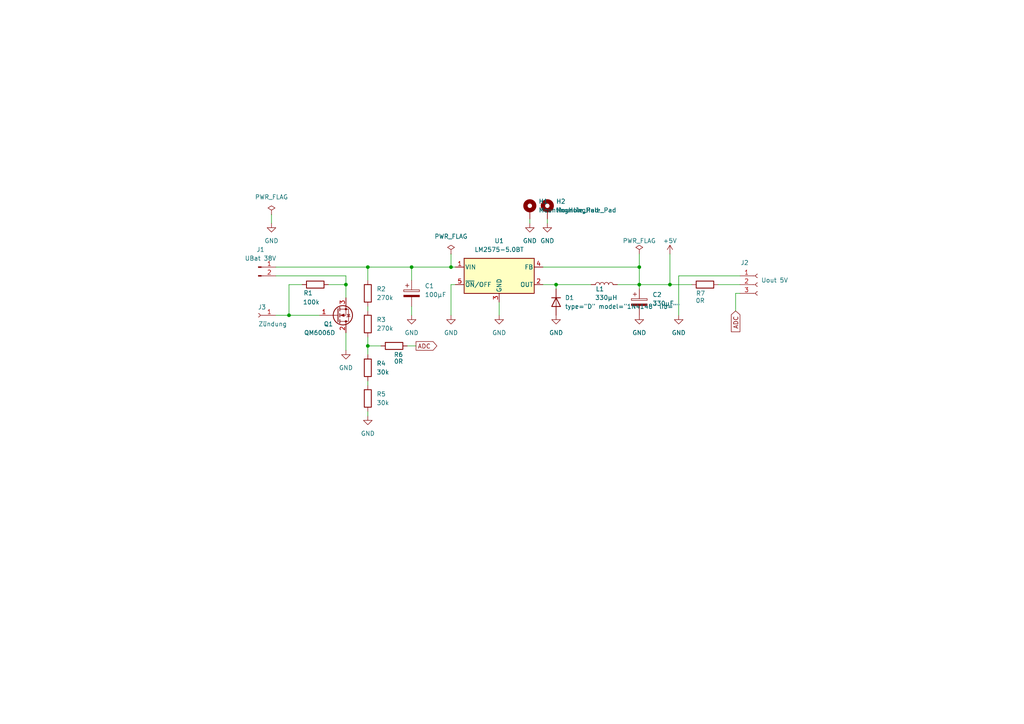
<source format=kicad_sch>
(kicad_sch (version 20211123) (generator eeschema)

  (uuid 011ef127-1b1b-419a-9f3c-f6759ddf9a5b)

  (paper "A4")

  (lib_symbols
    (symbol "Connector:Conn_01x01_Female" (pin_names (offset 1.016) hide) (in_bom yes) (on_board yes)
      (property "Reference" "J" (id 0) (at 0 2.54 0)
        (effects (font (size 1.27 1.27)))
      )
      (property "Value" "Conn_01x01_Female" (id 1) (at 0 -2.54 0)
        (effects (font (size 1.27 1.27)))
      )
      (property "Footprint" "" (id 2) (at 0 0 0)
        (effects (font (size 1.27 1.27)) hide)
      )
      (property "Datasheet" "~" (id 3) (at 0 0 0)
        (effects (font (size 1.27 1.27)) hide)
      )
      (property "ki_keywords" "connector" (id 4) (at 0 0 0)
        (effects (font (size 1.27 1.27)) hide)
      )
      (property "ki_description" "Generic connector, single row, 01x01, script generated (kicad-library-utils/schlib/autogen/connector/)" (id 5) (at 0 0 0)
        (effects (font (size 1.27 1.27)) hide)
      )
      (property "ki_fp_filters" "Connector*:*" (id 6) (at 0 0 0)
        (effects (font (size 1.27 1.27)) hide)
      )
      (symbol "Conn_01x01_Female_1_1"
        (polyline
          (pts
            (xy -1.27 0)
            (xy -0.508 0)
          )
          (stroke (width 0.1524) (type default) (color 0 0 0 0))
          (fill (type none))
        )
        (arc (start 0 0.508) (mid -0.508 0) (end 0 -0.508)
          (stroke (width 0.1524) (type default) (color 0 0 0 0))
          (fill (type none))
        )
        (pin passive line (at -5.08 0 0) (length 3.81)
          (name "Pin_1" (effects (font (size 1.27 1.27))))
          (number "1" (effects (font (size 1.27 1.27))))
        )
      )
    )
    (symbol "Connector:Conn_01x02_Male" (pin_names (offset 1.016) hide) (in_bom yes) (on_board yes)
      (property "Reference" "J" (id 0) (at 0 2.54 0)
        (effects (font (size 1.27 1.27)))
      )
      (property "Value" "Conn_01x02_Male" (id 1) (at 0 -5.08 0)
        (effects (font (size 1.27 1.27)))
      )
      (property "Footprint" "" (id 2) (at 0 0 0)
        (effects (font (size 1.27 1.27)) hide)
      )
      (property "Datasheet" "~" (id 3) (at 0 0 0)
        (effects (font (size 1.27 1.27)) hide)
      )
      (property "ki_keywords" "connector" (id 4) (at 0 0 0)
        (effects (font (size 1.27 1.27)) hide)
      )
      (property "ki_description" "Generic connector, single row, 01x02, script generated (kicad-library-utils/schlib/autogen/connector/)" (id 5) (at 0 0 0)
        (effects (font (size 1.27 1.27)) hide)
      )
      (property "ki_fp_filters" "Connector*:*_1x??_*" (id 6) (at 0 0 0)
        (effects (font (size 1.27 1.27)) hide)
      )
      (symbol "Conn_01x02_Male_1_1"
        (polyline
          (pts
            (xy 1.27 -2.54)
            (xy 0.8636 -2.54)
          )
          (stroke (width 0.1524) (type default) (color 0 0 0 0))
          (fill (type none))
        )
        (polyline
          (pts
            (xy 1.27 0)
            (xy 0.8636 0)
          )
          (stroke (width 0.1524) (type default) (color 0 0 0 0))
          (fill (type none))
        )
        (rectangle (start 0.8636 -2.413) (end 0 -2.667)
          (stroke (width 0.1524) (type default) (color 0 0 0 0))
          (fill (type outline))
        )
        (rectangle (start 0.8636 0.127) (end 0 -0.127)
          (stroke (width 0.1524) (type default) (color 0 0 0 0))
          (fill (type outline))
        )
        (pin passive line (at 5.08 0 180) (length 3.81)
          (name "Pin_1" (effects (font (size 1.27 1.27))))
          (number "1" (effects (font (size 1.27 1.27))))
        )
        (pin passive line (at 5.08 -2.54 180) (length 3.81)
          (name "Pin_2" (effects (font (size 1.27 1.27))))
          (number "2" (effects (font (size 1.27 1.27))))
        )
      )
    )
    (symbol "Connector:Conn_01x03_Female" (pin_names (offset 1.016) hide) (in_bom yes) (on_board yes)
      (property "Reference" "J" (id 0) (at 0 5.08 0)
        (effects (font (size 1.27 1.27)))
      )
      (property "Value" "Conn_01x03_Female" (id 1) (at 0 -5.08 0)
        (effects (font (size 1.27 1.27)))
      )
      (property "Footprint" "" (id 2) (at 0 0 0)
        (effects (font (size 1.27 1.27)) hide)
      )
      (property "Datasheet" "~" (id 3) (at 0 0 0)
        (effects (font (size 1.27 1.27)) hide)
      )
      (property "ki_keywords" "connector" (id 4) (at 0 0 0)
        (effects (font (size 1.27 1.27)) hide)
      )
      (property "ki_description" "Generic connector, single row, 01x03, script generated (kicad-library-utils/schlib/autogen/connector/)" (id 5) (at 0 0 0)
        (effects (font (size 1.27 1.27)) hide)
      )
      (property "ki_fp_filters" "Connector*:*_1x??_*" (id 6) (at 0 0 0)
        (effects (font (size 1.27 1.27)) hide)
      )
      (symbol "Conn_01x03_Female_1_1"
        (arc (start 0 -2.032) (mid -0.508 -2.54) (end 0 -3.048)
          (stroke (width 0.1524) (type default) (color 0 0 0 0))
          (fill (type none))
        )
        (polyline
          (pts
            (xy -1.27 -2.54)
            (xy -0.508 -2.54)
          )
          (stroke (width 0.1524) (type default) (color 0 0 0 0))
          (fill (type none))
        )
        (polyline
          (pts
            (xy -1.27 0)
            (xy -0.508 0)
          )
          (stroke (width 0.1524) (type default) (color 0 0 0 0))
          (fill (type none))
        )
        (polyline
          (pts
            (xy -1.27 2.54)
            (xy -0.508 2.54)
          )
          (stroke (width 0.1524) (type default) (color 0 0 0 0))
          (fill (type none))
        )
        (arc (start 0 0.508) (mid -0.508 0) (end 0 -0.508)
          (stroke (width 0.1524) (type default) (color 0 0 0 0))
          (fill (type none))
        )
        (arc (start 0 3.048) (mid -0.508 2.54) (end 0 2.032)
          (stroke (width 0.1524) (type default) (color 0 0 0 0))
          (fill (type none))
        )
        (pin passive line (at -5.08 2.54 0) (length 3.81)
          (name "Pin_1" (effects (font (size 1.27 1.27))))
          (number "1" (effects (font (size 1.27 1.27))))
        )
        (pin passive line (at -5.08 0 0) (length 3.81)
          (name "Pin_2" (effects (font (size 1.27 1.27))))
          (number "2" (effects (font (size 1.27 1.27))))
        )
        (pin passive line (at -5.08 -2.54 0) (length 3.81)
          (name "Pin_3" (effects (font (size 1.27 1.27))))
          (number "3" (effects (font (size 1.27 1.27))))
        )
      )
    )
    (symbol "Device:C_Polarized" (pin_numbers hide) (pin_names (offset 0.254)) (in_bom yes) (on_board yes)
      (property "Reference" "C" (id 0) (at 0.635 2.54 0)
        (effects (font (size 1.27 1.27)) (justify left))
      )
      (property "Value" "C_Polarized" (id 1) (at 0.635 -2.54 0)
        (effects (font (size 1.27 1.27)) (justify left))
      )
      (property "Footprint" "" (id 2) (at 0.9652 -3.81 0)
        (effects (font (size 1.27 1.27)) hide)
      )
      (property "Datasheet" "~" (id 3) (at 0 0 0)
        (effects (font (size 1.27 1.27)) hide)
      )
      (property "ki_keywords" "cap capacitor" (id 4) (at 0 0 0)
        (effects (font (size 1.27 1.27)) hide)
      )
      (property "ki_description" "Polarized capacitor" (id 5) (at 0 0 0)
        (effects (font (size 1.27 1.27)) hide)
      )
      (property "ki_fp_filters" "CP_*" (id 6) (at 0 0 0)
        (effects (font (size 1.27 1.27)) hide)
      )
      (symbol "C_Polarized_0_1"
        (rectangle (start -2.286 0.508) (end 2.286 1.016)
          (stroke (width 0) (type default) (color 0 0 0 0))
          (fill (type none))
        )
        (polyline
          (pts
            (xy -1.778 2.286)
            (xy -0.762 2.286)
          )
          (stroke (width 0) (type default) (color 0 0 0 0))
          (fill (type none))
        )
        (polyline
          (pts
            (xy -1.27 2.794)
            (xy -1.27 1.778)
          )
          (stroke (width 0) (type default) (color 0 0 0 0))
          (fill (type none))
        )
        (rectangle (start 2.286 -0.508) (end -2.286 -1.016)
          (stroke (width 0) (type default) (color 0 0 0 0))
          (fill (type outline))
        )
      )
      (symbol "C_Polarized_1_1"
        (pin passive line (at 0 3.81 270) (length 2.794)
          (name "~" (effects (font (size 1.27 1.27))))
          (number "1" (effects (font (size 1.27 1.27))))
        )
        (pin passive line (at 0 -3.81 90) (length 2.794)
          (name "~" (effects (font (size 1.27 1.27))))
          (number "2" (effects (font (size 1.27 1.27))))
        )
      )
    )
    (symbol "Device:L" (pin_numbers hide) (pin_names (offset 1.016) hide) (in_bom yes) (on_board yes)
      (property "Reference" "L" (id 0) (at -1.27 0 90)
        (effects (font (size 1.27 1.27)))
      )
      (property "Value" "L" (id 1) (at 1.905 0 90)
        (effects (font (size 1.27 1.27)))
      )
      (property "Footprint" "" (id 2) (at 0 0 0)
        (effects (font (size 1.27 1.27)) hide)
      )
      (property "Datasheet" "~" (id 3) (at 0 0 0)
        (effects (font (size 1.27 1.27)) hide)
      )
      (property "ki_keywords" "inductor choke coil reactor magnetic" (id 4) (at 0 0 0)
        (effects (font (size 1.27 1.27)) hide)
      )
      (property "ki_description" "Inductor" (id 5) (at 0 0 0)
        (effects (font (size 1.27 1.27)) hide)
      )
      (property "ki_fp_filters" "Choke_* *Coil* Inductor_* L_*" (id 6) (at 0 0 0)
        (effects (font (size 1.27 1.27)) hide)
      )
      (symbol "L_0_1"
        (arc (start 0 -2.54) (mid 0.635 -1.905) (end 0 -1.27)
          (stroke (width 0) (type default) (color 0 0 0 0))
          (fill (type none))
        )
        (arc (start 0 -1.27) (mid 0.635 -0.635) (end 0 0)
          (stroke (width 0) (type default) (color 0 0 0 0))
          (fill (type none))
        )
        (arc (start 0 0) (mid 0.635 0.635) (end 0 1.27)
          (stroke (width 0) (type default) (color 0 0 0 0))
          (fill (type none))
        )
        (arc (start 0 1.27) (mid 0.635 1.905) (end 0 2.54)
          (stroke (width 0) (type default) (color 0 0 0 0))
          (fill (type none))
        )
      )
      (symbol "L_1_1"
        (pin passive line (at 0 3.81 270) (length 1.27)
          (name "1" (effects (font (size 1.27 1.27))))
          (number "1" (effects (font (size 1.27 1.27))))
        )
        (pin passive line (at 0 -3.81 90) (length 1.27)
          (name "2" (effects (font (size 1.27 1.27))))
          (number "2" (effects (font (size 1.27 1.27))))
        )
      )
    )
    (symbol "Device:R" (pin_numbers hide) (pin_names (offset 0)) (in_bom yes) (on_board yes)
      (property "Reference" "R" (id 0) (at 2.032 0 90)
        (effects (font (size 1.27 1.27)))
      )
      (property "Value" "R" (id 1) (at 0 0 90)
        (effects (font (size 1.27 1.27)))
      )
      (property "Footprint" "" (id 2) (at -1.778 0 90)
        (effects (font (size 1.27 1.27)) hide)
      )
      (property "Datasheet" "~" (id 3) (at 0 0 0)
        (effects (font (size 1.27 1.27)) hide)
      )
      (property "ki_keywords" "R res resistor" (id 4) (at 0 0 0)
        (effects (font (size 1.27 1.27)) hide)
      )
      (property "ki_description" "Resistor" (id 5) (at 0 0 0)
        (effects (font (size 1.27 1.27)) hide)
      )
      (property "ki_fp_filters" "R_*" (id 6) (at 0 0 0)
        (effects (font (size 1.27 1.27)) hide)
      )
      (symbol "R_0_1"
        (rectangle (start -1.016 -2.54) (end 1.016 2.54)
          (stroke (width 0.254) (type default) (color 0 0 0 0))
          (fill (type none))
        )
      )
      (symbol "R_1_1"
        (pin passive line (at 0 3.81 270) (length 1.27)
          (name "~" (effects (font (size 1.27 1.27))))
          (number "1" (effects (font (size 1.27 1.27))))
        )
        (pin passive line (at 0 -3.81 90) (length 1.27)
          (name "~" (effects (font (size 1.27 1.27))))
          (number "2" (effects (font (size 1.27 1.27))))
        )
      )
    )
    (symbol "Mechanical:MountingHole_Pad" (pin_numbers hide) (pin_names (offset 1.016) hide) (in_bom yes) (on_board yes)
      (property "Reference" "H" (id 0) (at 0 6.35 0)
        (effects (font (size 1.27 1.27)))
      )
      (property "Value" "MountingHole_Pad" (id 1) (at 0 4.445 0)
        (effects (font (size 1.27 1.27)))
      )
      (property "Footprint" "" (id 2) (at 0 0 0)
        (effects (font (size 1.27 1.27)) hide)
      )
      (property "Datasheet" "~" (id 3) (at 0 0 0)
        (effects (font (size 1.27 1.27)) hide)
      )
      (property "ki_keywords" "mounting hole" (id 4) (at 0 0 0)
        (effects (font (size 1.27 1.27)) hide)
      )
      (property "ki_description" "Mounting Hole with connection" (id 5) (at 0 0 0)
        (effects (font (size 1.27 1.27)) hide)
      )
      (property "ki_fp_filters" "MountingHole*Pad*" (id 6) (at 0 0 0)
        (effects (font (size 1.27 1.27)) hide)
      )
      (symbol "MountingHole_Pad_0_1"
        (circle (center 0 1.27) (radius 1.27)
          (stroke (width 1.27) (type default) (color 0 0 0 0))
          (fill (type none))
        )
      )
      (symbol "MountingHole_Pad_1_1"
        (pin input line (at 0 -2.54 90) (length 2.54)
          (name "1" (effects (font (size 1.27 1.27))))
          (number "1" (effects (font (size 1.27 1.27))))
        )
      )
    )
    (symbol "Regulator_Switching:LM2575-5.0BT" (pin_names (offset 0.254)) (in_bom yes) (on_board yes)
      (property "Reference" "U" (id 0) (at -10.16 6.35 0)
        (effects (font (size 1.27 1.27)) (justify left))
      )
      (property "Value" "LM2575-5.0BT" (id 1) (at 0 6.35 0)
        (effects (font (size 1.27 1.27)) (justify left))
      )
      (property "Footprint" "Package_TO_SOT_THT:TO-220-5_Vertical" (id 2) (at 0 -6.35 0)
        (effects (font (size 1.27 1.27) italic) (justify left) hide)
      )
      (property "Datasheet" "http://ww1.microchip.com/downloads/en/DeviceDoc/lm2575.pdf" (id 3) (at 0 0 0)
        (effects (font (size 1.27 1.27)) hide)
      )
      (property "ki_keywords" "Buck regulator Switcher" (id 4) (at 0 0 0)
        (effects (font (size 1.27 1.27)) hide)
      )
      (property "ki_description" "Fixed 5.0V 52kHz Simple 1A Buck Regulator, TO-220-5" (id 5) (at 0 0 0)
        (effects (font (size 1.27 1.27)) hide)
      )
      (property "ki_fp_filters" "TO?220*" (id 6) (at 0 0 0)
        (effects (font (size 1.27 1.27)) hide)
      )
      (symbol "LM2575-5.0BT_0_1"
        (rectangle (start -10.16 5.08) (end 10.16 -5.08)
          (stroke (width 0.254) (type default) (color 0 0 0 0))
          (fill (type background))
        )
      )
      (symbol "LM2575-5.0BT_1_1"
        (pin power_in line (at -12.7 2.54 0) (length 2.54)
          (name "VIN" (effects (font (size 1.27 1.27))))
          (number "1" (effects (font (size 1.27 1.27))))
        )
        (pin output line (at 12.7 -2.54 180) (length 2.54)
          (name "OUT" (effects (font (size 1.27 1.27))))
          (number "2" (effects (font (size 1.27 1.27))))
        )
        (pin power_in line (at 0 -7.62 90) (length 2.54)
          (name "GND" (effects (font (size 1.27 1.27))))
          (number "3" (effects (font (size 1.27 1.27))))
        )
        (pin input line (at 12.7 2.54 180) (length 2.54)
          (name "FB" (effects (font (size 1.27 1.27))))
          (number "4" (effects (font (size 1.27 1.27))))
        )
        (pin input line (at -12.7 -2.54 0) (length 2.54)
          (name "~{ON}/OFF" (effects (font (size 1.27 1.27))))
          (number "5" (effects (font (size 1.27 1.27))))
        )
      )
    )
    (symbol "Simulation_SPICE:DIODE" (pin_numbers hide) (pin_names (offset 1.016) hide) (in_bom yes) (on_board yes)
      (property "Reference" "D" (id 0) (at 0 2.54 0)
        (effects (font (size 1.27 1.27)))
      )
      (property "Value" "DIODE" (id 1) (at 0 -2.54 0)
        (effects (font (size 1.27 1.27)))
      )
      (property "Footprint" "" (id 2) (at 0 0 0)
        (effects (font (size 1.27 1.27)) hide)
      )
      (property "Datasheet" "~" (id 3) (at 0 0 0)
        (effects (font (size 1.27 1.27)) hide)
      )
      (property "Spice_Netlist_Enabled" "Y" (id 4) (at 0 0 0)
        (effects (font (size 1.27 1.27)) (justify left) hide)
      )
      (property "Spice_Primitive" "D" (id 5) (at 0 0 0)
        (effects (font (size 1.27 1.27)) (justify left) hide)
      )
      (property "ki_keywords" "simulation" (id 6) (at 0 0 0)
        (effects (font (size 1.27 1.27)) hide)
      )
      (property "ki_description" "Diode, anode on pin 1, for simulation only!" (id 7) (at 0 0 0)
        (effects (font (size 1.27 1.27)) hide)
      )
      (symbol "DIODE_0_1"
        (polyline
          (pts
            (xy 1.27 0)
            (xy -1.27 0)
          )
          (stroke (width 0) (type default) (color 0 0 0 0))
          (fill (type none))
        )
        (polyline
          (pts
            (xy 1.27 1.27)
            (xy 1.27 -1.27)
          )
          (stroke (width 0.254) (type default) (color 0 0 0 0))
          (fill (type none))
        )
        (polyline
          (pts
            (xy -1.27 -1.27)
            (xy -1.27 1.27)
            (xy 1.27 0)
            (xy -1.27 -1.27)
          )
          (stroke (width 0.254) (type default) (color 0 0 0 0))
          (fill (type none))
        )
      )
      (symbol "DIODE_1_1"
        (pin passive line (at -3.81 0 0) (length 2.54)
          (name "A" (effects (font (size 1.27 1.27))))
          (number "1" (effects (font (size 1.27 1.27))))
        )
        (pin passive line (at 3.81 0 180) (length 2.54)
          (name "K" (effects (font (size 1.27 1.27))))
          (number "2" (effects (font (size 1.27 1.27))))
        )
      )
    )
    (symbol "Transistor_FET:QM6006D" (pin_names hide) (in_bom yes) (on_board yes)
      (property "Reference" "Q" (id 0) (at 5.08 1.905 0)
        (effects (font (size 1.27 1.27)) (justify left))
      )
      (property "Value" "QM6006D" (id 1) (at 5.08 0 0)
        (effects (font (size 1.27 1.27)) (justify left))
      )
      (property "Footprint" "Package_TO_SOT_SMD:TO-252-2" (id 2) (at 5.08 -1.905 0)
        (effects (font (size 1.27 1.27) italic) (justify left) hide)
      )
      (property "Datasheet" "http://www.jaolen.com/images/pdf/QM6006D.pdf" (id 3) (at 0 0 0)
        (effects (font (size 1.27 1.27)) (justify left) hide)
      )
      (property "ki_keywords" "N-Channel MOSFET" (id 4) (at 0 0 0)
        (effects (font (size 1.27 1.27)) hide)
      )
      (property "ki_description" "35A Id, 60V Vds, N-Channel Power MOSFET, 18mOhm Ron, 19.3nC Qg (typ), TO252" (id 5) (at 0 0 0)
        (effects (font (size 1.27 1.27)) hide)
      )
      (property "ki_fp_filters" "TO?252*" (id 6) (at 0 0 0)
        (effects (font (size 1.27 1.27)) hide)
      )
      (symbol "QM6006D_0_1"
        (polyline
          (pts
            (xy 0.254 0)
            (xy -2.54 0)
          )
          (stroke (width 0) (type default) (color 0 0 0 0))
          (fill (type none))
        )
        (polyline
          (pts
            (xy 0.254 1.905)
            (xy 0.254 -1.905)
          )
          (stroke (width 0.254) (type default) (color 0 0 0 0))
          (fill (type none))
        )
        (polyline
          (pts
            (xy 0.762 -1.27)
            (xy 0.762 -2.286)
          )
          (stroke (width 0.254) (type default) (color 0 0 0 0))
          (fill (type none))
        )
        (polyline
          (pts
            (xy 0.762 0.508)
            (xy 0.762 -0.508)
          )
          (stroke (width 0.254) (type default) (color 0 0 0 0))
          (fill (type none))
        )
        (polyline
          (pts
            (xy 0.762 2.286)
            (xy 0.762 1.27)
          )
          (stroke (width 0.254) (type default) (color 0 0 0 0))
          (fill (type none))
        )
        (polyline
          (pts
            (xy 2.54 2.54)
            (xy 2.54 1.778)
          )
          (stroke (width 0) (type default) (color 0 0 0 0))
          (fill (type none))
        )
        (polyline
          (pts
            (xy 2.54 -2.54)
            (xy 2.54 0)
            (xy 0.762 0)
          )
          (stroke (width 0) (type default) (color 0 0 0 0))
          (fill (type none))
        )
        (polyline
          (pts
            (xy 0.762 -1.778)
            (xy 3.302 -1.778)
            (xy 3.302 1.778)
            (xy 0.762 1.778)
          )
          (stroke (width 0) (type default) (color 0 0 0 0))
          (fill (type none))
        )
        (polyline
          (pts
            (xy 1.016 0)
            (xy 2.032 0.381)
            (xy 2.032 -0.381)
            (xy 1.016 0)
          )
          (stroke (width 0) (type default) (color 0 0 0 0))
          (fill (type outline))
        )
        (polyline
          (pts
            (xy 2.794 0.508)
            (xy 2.921 0.381)
            (xy 3.683 0.381)
            (xy 3.81 0.254)
          )
          (stroke (width 0) (type default) (color 0 0 0 0))
          (fill (type none))
        )
        (polyline
          (pts
            (xy 3.302 0.381)
            (xy 2.921 -0.254)
            (xy 3.683 -0.254)
            (xy 3.302 0.381)
          )
          (stroke (width 0) (type default) (color 0 0 0 0))
          (fill (type none))
        )
        (circle (center 1.651 0) (radius 2.794)
          (stroke (width 0.254) (type default) (color 0 0 0 0))
          (fill (type none))
        )
        (circle (center 2.54 -1.778) (radius 0.254)
          (stroke (width 0) (type default) (color 0 0 0 0))
          (fill (type outline))
        )
        (circle (center 2.54 1.778) (radius 0.254)
          (stroke (width 0) (type default) (color 0 0 0 0))
          (fill (type outline))
        )
      )
      (symbol "QM6006D_1_1"
        (pin input line (at -5.08 0 0) (length 2.54)
          (name "G" (effects (font (size 1.27 1.27))))
          (number "1" (effects (font (size 1.27 1.27))))
        )
        (pin passive line (at 2.54 5.08 270) (length 2.54)
          (name "D" (effects (font (size 1.27 1.27))))
          (number "2" (effects (font (size 1.27 1.27))))
        )
        (pin passive line (at 2.54 -5.08 90) (length 2.54)
          (name "S" (effects (font (size 1.27 1.27))))
          (number "3" (effects (font (size 1.27 1.27))))
        )
      )
    )
    (symbol "power:+5V" (power) (pin_names (offset 0)) (in_bom yes) (on_board yes)
      (property "Reference" "#PWR" (id 0) (at 0 -3.81 0)
        (effects (font (size 1.27 1.27)) hide)
      )
      (property "Value" "+5V" (id 1) (at 0 3.556 0)
        (effects (font (size 1.27 1.27)))
      )
      (property "Footprint" "" (id 2) (at 0 0 0)
        (effects (font (size 1.27 1.27)) hide)
      )
      (property "Datasheet" "" (id 3) (at 0 0 0)
        (effects (font (size 1.27 1.27)) hide)
      )
      (property "ki_keywords" "power-flag" (id 4) (at 0 0 0)
        (effects (font (size 1.27 1.27)) hide)
      )
      (property "ki_description" "Power symbol creates a global label with name \"+5V\"" (id 5) (at 0 0 0)
        (effects (font (size 1.27 1.27)) hide)
      )
      (symbol "+5V_0_1"
        (polyline
          (pts
            (xy -0.762 1.27)
            (xy 0 2.54)
          )
          (stroke (width 0) (type default) (color 0 0 0 0))
          (fill (type none))
        )
        (polyline
          (pts
            (xy 0 0)
            (xy 0 2.54)
          )
          (stroke (width 0) (type default) (color 0 0 0 0))
          (fill (type none))
        )
        (polyline
          (pts
            (xy 0 2.54)
            (xy 0.762 1.27)
          )
          (stroke (width 0) (type default) (color 0 0 0 0))
          (fill (type none))
        )
      )
      (symbol "+5V_1_1"
        (pin power_in line (at 0 0 90) (length 0) hide
          (name "+5V" (effects (font (size 1.27 1.27))))
          (number "1" (effects (font (size 1.27 1.27))))
        )
      )
    )
    (symbol "power:GND" (power) (pin_names (offset 0)) (in_bom yes) (on_board yes)
      (property "Reference" "#PWR" (id 0) (at 0 -6.35 0)
        (effects (font (size 1.27 1.27)) hide)
      )
      (property "Value" "GND" (id 1) (at 0 -3.81 0)
        (effects (font (size 1.27 1.27)))
      )
      (property "Footprint" "" (id 2) (at 0 0 0)
        (effects (font (size 1.27 1.27)) hide)
      )
      (property "Datasheet" "" (id 3) (at 0 0 0)
        (effects (font (size 1.27 1.27)) hide)
      )
      (property "ki_keywords" "power-flag" (id 4) (at 0 0 0)
        (effects (font (size 1.27 1.27)) hide)
      )
      (property "ki_description" "Power symbol creates a global label with name \"GND\" , ground" (id 5) (at 0 0 0)
        (effects (font (size 1.27 1.27)) hide)
      )
      (symbol "GND_0_1"
        (polyline
          (pts
            (xy 0 0)
            (xy 0 -1.27)
            (xy 1.27 -1.27)
            (xy 0 -2.54)
            (xy -1.27 -1.27)
            (xy 0 -1.27)
          )
          (stroke (width 0) (type default) (color 0 0 0 0))
          (fill (type none))
        )
      )
      (symbol "GND_1_1"
        (pin power_in line (at 0 0 270) (length 0) hide
          (name "GND" (effects (font (size 1.27 1.27))))
          (number "1" (effects (font (size 1.27 1.27))))
        )
      )
    )
    (symbol "power:PWR_FLAG" (power) (pin_numbers hide) (pin_names (offset 0) hide) (in_bom yes) (on_board yes)
      (property "Reference" "#FLG" (id 0) (at 0 1.905 0)
        (effects (font (size 1.27 1.27)) hide)
      )
      (property "Value" "PWR_FLAG" (id 1) (at 0 3.81 0)
        (effects (font (size 1.27 1.27)))
      )
      (property "Footprint" "" (id 2) (at 0 0 0)
        (effects (font (size 1.27 1.27)) hide)
      )
      (property "Datasheet" "~" (id 3) (at 0 0 0)
        (effects (font (size 1.27 1.27)) hide)
      )
      (property "ki_keywords" "power-flag" (id 4) (at 0 0 0)
        (effects (font (size 1.27 1.27)) hide)
      )
      (property "ki_description" "Special symbol for telling ERC where power comes from" (id 5) (at 0 0 0)
        (effects (font (size 1.27 1.27)) hide)
      )
      (symbol "PWR_FLAG_0_0"
        (pin power_out line (at 0 0 90) (length 0)
          (name "pwr" (effects (font (size 1.27 1.27))))
          (number "1" (effects (font (size 1.27 1.27))))
        )
      )
      (symbol "PWR_FLAG_0_1"
        (polyline
          (pts
            (xy 0 0)
            (xy 0 1.27)
            (xy -1.016 1.905)
            (xy 0 2.54)
            (xy 1.016 1.905)
            (xy 0 1.27)
          )
          (stroke (width 0) (type default) (color 0 0 0 0))
          (fill (type none))
        )
      )
    )
  )

  (junction (at 185.42 82.55) (diameter 0) (color 0 0 0 0)
    (uuid 0a4b729a-a4b9-40fe-a324-58ab22e9dbc9)
  )
  (junction (at 119.38 77.47) (diameter 0) (color 0 0 0 0)
    (uuid 0b20a798-52a1-4037-966e-c387404501fb)
  )
  (junction (at 106.68 77.47) (diameter 0) (color 0 0 0 0)
    (uuid 10f0c7b0-33e9-4772-aa5e-07b37e8c86b0)
  )
  (junction (at 194.31 82.55) (diameter 0) (color 0 0 0 0)
    (uuid 22fdfefa-8577-485f-b8b5-60fb686df387)
  )
  (junction (at 161.29 82.55) (diameter 0) (color 0 0 0 0)
    (uuid 709ed91c-b73e-4197-bb81-197f16c53dbd)
  )
  (junction (at 130.81 77.47) (diameter 0) (color 0 0 0 0)
    (uuid bd456aa6-17cb-4898-8549-68e332d02a5f)
  )
  (junction (at 100.33 82.55) (diameter 0) (color 0 0 0 0)
    (uuid befb651a-7e8b-41d1-841d-60329ed3db0a)
  )
  (junction (at 106.68 100.33) (diameter 0) (color 0 0 0 0)
    (uuid f89ba860-b137-45d1-bd54-fc4b6f4c3ebe)
  )
  (junction (at 185.42 77.47) (diameter 0) (color 0 0 0 0)
    (uuid fb65d0c5-1274-4a03-b2d4-c3caada01a75)
  )
  (junction (at 83.82 91.44) (diameter 0) (color 0 0 0 0)
    (uuid fdb53110-56d0-4a00-9e74-a979c0ba6c3c)
  )

  (wire (pts (xy 83.82 82.55) (xy 83.82 91.44))
    (stroke (width 0) (type default) (color 0 0 0 0))
    (uuid 0076a957-c0d0-4143-bda0-1b10001ad7e0)
  )
  (wire (pts (xy 119.38 91.44) (xy 119.38 88.9))
    (stroke (width 0) (type default) (color 0 0 0 0))
    (uuid 0c701792-79a7-413b-9559-a0c75c7197bf)
  )
  (wire (pts (xy 119.38 77.47) (xy 130.81 77.47))
    (stroke (width 0) (type default) (color 0 0 0 0))
    (uuid 0e38ce76-c799-4eaf-9de1-468953b1107b)
  )
  (wire (pts (xy 161.29 82.55) (xy 171.45 82.55))
    (stroke (width 0) (type default) (color 0 0 0 0))
    (uuid 0e4cba0c-7dd5-47a5-8e08-dd6e7d3ef1f2)
  )
  (wire (pts (xy 80.01 91.44) (xy 83.82 91.44))
    (stroke (width 0) (type default) (color 0 0 0 0))
    (uuid 1fb6952e-3066-4c75-ad8f-ea01f2010abe)
  )
  (wire (pts (xy 106.68 119.38) (xy 106.68 120.65))
    (stroke (width 0) (type default) (color 0 0 0 0))
    (uuid 4020853b-dcf2-474f-80f9-7865eea24fb6)
  )
  (wire (pts (xy 213.36 85.09) (xy 213.36 90.17))
    (stroke (width 0) (type default) (color 0 0 0 0))
    (uuid 4046abe9-cd7e-42a4-af89-6e1440037474)
  )
  (wire (pts (xy 100.33 82.55) (xy 100.33 86.36))
    (stroke (width 0) (type default) (color 0 0 0 0))
    (uuid 46f2c7db-e960-4329-bf89-4d57b5a55acd)
  )
  (wire (pts (xy 118.11 100.33) (xy 120.65 100.33))
    (stroke (width 0) (type default) (color 0 0 0 0))
    (uuid 4810edf2-529a-4689-b253-f06dc1721831)
  )
  (wire (pts (xy 106.68 97.79) (xy 106.68 100.33))
    (stroke (width 0) (type default) (color 0 0 0 0))
    (uuid 4a259c52-f2da-4f05-b23d-de1d6200be6c)
  )
  (wire (pts (xy 106.68 77.47) (xy 106.68 81.28))
    (stroke (width 0) (type default) (color 0 0 0 0))
    (uuid 518a72b3-7386-4e10-86df-4b101ad66bcb)
  )
  (wire (pts (xy 106.68 100.33) (xy 110.49 100.33))
    (stroke (width 0) (type default) (color 0 0 0 0))
    (uuid 52c4aef4-df81-406f-9863-b574332d7467)
  )
  (wire (pts (xy 161.29 83.82) (xy 161.29 82.55))
    (stroke (width 0) (type default) (color 0 0 0 0))
    (uuid 5e3a9d91-1e87-4a2e-b70e-1a2a04f5aac6)
  )
  (wire (pts (xy 144.78 87.63) (xy 144.78 91.44))
    (stroke (width 0) (type default) (color 0 0 0 0))
    (uuid 5fd79699-b884-487f-8a0b-4620bb74cb9d)
  )
  (wire (pts (xy 196.85 80.01) (xy 214.63 80.01))
    (stroke (width 0) (type default) (color 0 0 0 0))
    (uuid 611a017c-4044-4bf7-b69b-149b43251894)
  )
  (wire (pts (xy 119.38 77.47) (xy 119.38 81.28))
    (stroke (width 0) (type default) (color 0 0 0 0))
    (uuid 61845ab4-0b5b-40d8-9b32-b3f5efbac81a)
  )
  (wire (pts (xy 158.75 64.77) (xy 158.75 63.5))
    (stroke (width 0) (type default) (color 0 0 0 0))
    (uuid 6db16ee2-8f74-4f7f-b0c7-b7e84b3c3e19)
  )
  (wire (pts (xy 208.28 82.55) (xy 214.63 82.55))
    (stroke (width 0) (type default) (color 0 0 0 0))
    (uuid 78804332-7c1a-4c4d-b149-39fa95abcb94)
  )
  (wire (pts (xy 130.81 82.55) (xy 130.81 91.44))
    (stroke (width 0) (type default) (color 0 0 0 0))
    (uuid 82199630-b261-4bdf-83b8-cdb21cdef8bd)
  )
  (wire (pts (xy 179.07 82.55) (xy 185.42 82.55))
    (stroke (width 0) (type default) (color 0 0 0 0))
    (uuid 8a6f9718-d521-4e45-a731-756875bef5c0)
  )
  (wire (pts (xy 100.33 96.52) (xy 100.33 101.6))
    (stroke (width 0) (type default) (color 0 0 0 0))
    (uuid 8db81ba0-b095-4664-b312-3c4e064fdf82)
  )
  (wire (pts (xy 130.81 73.66) (xy 130.81 77.47))
    (stroke (width 0) (type default) (color 0 0 0 0))
    (uuid 8f433e6f-0838-47ef-ba9b-083de9e7c60c)
  )
  (wire (pts (xy 78.74 62.23) (xy 78.74 64.77))
    (stroke (width 0) (type default) (color 0 0 0 0))
    (uuid 9295cac3-326c-4b0c-880b-bdee6749c1eb)
  )
  (wire (pts (xy 95.25 82.55) (xy 100.33 82.55))
    (stroke (width 0) (type default) (color 0 0 0 0))
    (uuid 9704ca5d-ae3a-42a2-9ef4-7da32d794836)
  )
  (wire (pts (xy 185.42 83.82) (xy 185.42 82.55))
    (stroke (width 0) (type default) (color 0 0 0 0))
    (uuid 97284d1d-99d3-4db7-8751-8fe91a6feff9)
  )
  (wire (pts (xy 185.42 82.55) (xy 194.31 82.55))
    (stroke (width 0) (type default) (color 0 0 0 0))
    (uuid 9abc3409-b3c4-46c7-b84c-892e7badb2d3)
  )
  (wire (pts (xy 153.67 64.77) (xy 153.67 63.5))
    (stroke (width 0) (type default) (color 0 0 0 0))
    (uuid 9f7e6e41-54da-4b4d-a258-abe6d8a196f6)
  )
  (wire (pts (xy 157.48 77.47) (xy 185.42 77.47))
    (stroke (width 0) (type default) (color 0 0 0 0))
    (uuid a3bf71cf-3f50-4329-99b0-c8115d6de19b)
  )
  (wire (pts (xy 194.31 82.55) (xy 200.66 82.55))
    (stroke (width 0) (type default) (color 0 0 0 0))
    (uuid ac5cce46-8dc0-4088-b409-43e640352786)
  )
  (wire (pts (xy 80.01 80.01) (xy 100.33 80.01))
    (stroke (width 0) (type default) (color 0 0 0 0))
    (uuid ad7c3dd1-7713-4f9a-a194-d70f5e4d8093)
  )
  (wire (pts (xy 106.68 88.9) (xy 106.68 90.17))
    (stroke (width 0) (type default) (color 0 0 0 0))
    (uuid b4650802-7d24-4aff-8038-22d79da1f36c)
  )
  (wire (pts (xy 130.81 77.47) (xy 132.08 77.47))
    (stroke (width 0) (type default) (color 0 0 0 0))
    (uuid ba880b53-decf-4f89-b070-073dc3a76759)
  )
  (wire (pts (xy 83.82 91.44) (xy 92.71 91.44))
    (stroke (width 0) (type default) (color 0 0 0 0))
    (uuid c04328d0-9270-490a-ae73-b66e1677f8a6)
  )
  (wire (pts (xy 106.68 100.33) (xy 106.68 102.87))
    (stroke (width 0) (type default) (color 0 0 0 0))
    (uuid c0553b7f-1c25-4592-88d6-d6aabf54c8d6)
  )
  (wire (pts (xy 157.48 82.55) (xy 161.29 82.55))
    (stroke (width 0) (type default) (color 0 0 0 0))
    (uuid c507a745-fb4d-48d9-b4b2-9560e7a4ce7d)
  )
  (wire (pts (xy 80.01 77.47) (xy 106.68 77.47))
    (stroke (width 0) (type default) (color 0 0 0 0))
    (uuid c963e019-2980-4520-b908-2bfa398e59b2)
  )
  (wire (pts (xy 194.31 73.66) (xy 194.31 82.55))
    (stroke (width 0) (type default) (color 0 0 0 0))
    (uuid ce6561a0-84ff-40ae-9555-94a380c824fe)
  )
  (wire (pts (xy 87.63 82.55) (xy 83.82 82.55))
    (stroke (width 0) (type default) (color 0 0 0 0))
    (uuid d0f2ddba-fd35-4d44-94d7-8e3d34d8f356)
  )
  (wire (pts (xy 185.42 73.66) (xy 185.42 77.47))
    (stroke (width 0) (type default) (color 0 0 0 0))
    (uuid d43eb78b-daee-4a57-a7c2-d6279cdea8da)
  )
  (wire (pts (xy 106.68 77.47) (xy 119.38 77.47))
    (stroke (width 0) (type default) (color 0 0 0 0))
    (uuid d5e1e3ae-4d3c-4cfa-a968-bc7c6aa4198d)
  )
  (wire (pts (xy 130.81 82.55) (xy 132.08 82.55))
    (stroke (width 0) (type default) (color 0 0 0 0))
    (uuid d5fc4296-215f-481b-ad13-1c28d5d82ad4)
  )
  (wire (pts (xy 106.68 110.49) (xy 106.68 111.76))
    (stroke (width 0) (type default) (color 0 0 0 0))
    (uuid d7737b31-d324-4f2a-85f3-bc6819513e1b)
  )
  (wire (pts (xy 100.33 80.01) (xy 100.33 82.55))
    (stroke (width 0) (type default) (color 0 0 0 0))
    (uuid dd389c0e-11cc-4965-b00b-98c08be697d2)
  )
  (wire (pts (xy 213.36 85.09) (xy 214.63 85.09))
    (stroke (width 0) (type default) (color 0 0 0 0))
    (uuid de0b710d-489c-4253-ab92-5674e36e0733)
  )
  (wire (pts (xy 196.85 91.44) (xy 196.85 80.01))
    (stroke (width 0) (type default) (color 0 0 0 0))
    (uuid de36ae9d-3fca-494e-a809-7925f3f578a0)
  )
  (wire (pts (xy 185.42 77.47) (xy 185.42 82.55))
    (stroke (width 0) (type default) (color 0 0 0 0))
    (uuid fbf93b9d-d7a6-489b-a4b5-ccad2b876b85)
  )

  (global_label "ADC" (shape input) (at 213.36 90.17 270) (fields_autoplaced)
    (effects (font (size 1.27 1.27)) (justify right))
    (uuid 10d84ab4-0e7a-4f9d-9816-e0fd8299c7b1)
    (property "Intersheet References" "${INTERSHEET_REFS}" (id 0) (at 213.2806 96.2117 90)
      (effects (font (size 1.27 1.27)) (justify right) hide)
    )
  )
  (global_label "ADC" (shape output) (at 120.65 100.33 0) (fields_autoplaced)
    (effects (font (size 1.27 1.27)) (justify left))
    (uuid 7fe78ba6-334f-4166-b38a-43eb5744006e)
    (property "Intersheet References" "${INTERSHEET_REFS}" (id 0) (at 126.6917 100.2506 0)
      (effects (font (size 1.27 1.27)) (justify left) hide)
    )
  )

  (symbol (lib_id "Device:C_Polarized") (at 119.38 85.09 0) (unit 1)
    (in_bom yes) (on_board yes) (fields_autoplaced)
    (uuid 0cfacc15-f59e-48a9-b788-eda9eb46bb5d)
    (property "Reference" "C1" (id 0) (at 123.19 82.9309 0)
      (effects (font (size 1.27 1.27)) (justify left))
    )
    (property "Value" "100µF" (id 1) (at 123.19 85.4709 0)
      (effects (font (size 1.27 1.27)) (justify left))
    )
    (property "Footprint" "Capacitor_SMD:CP_Elec_8x10" (id 2) (at 120.3452 88.9 0)
      (effects (font (size 1.27 1.27)) hide)
    )
    (property "Datasheet" "~" (id 3) (at 119.38 85.09 0)
      (effects (font (size 1.27 1.27)) hide)
    )
    (pin "1" (uuid dd29c33d-5c3f-4317-8069-0805b272e915))
    (pin "2" (uuid c1891b6a-fe12-408b-9391-5fec293841b2))
  )

  (symbol (lib_id "power:GND") (at 119.38 91.44 0) (unit 1)
    (in_bom yes) (on_board yes) (fields_autoplaced)
    (uuid 1b1475e2-ecaf-4aa2-aa27-33fb5f907109)
    (property "Reference" "#PWR02" (id 0) (at 119.38 97.79 0)
      (effects (font (size 1.27 1.27)) hide)
    )
    (property "Value" "GND" (id 1) (at 119.38 96.52 0))
    (property "Footprint" "" (id 2) (at 119.38 91.44 0)
      (effects (font (size 1.27 1.27)) hide)
    )
    (property "Datasheet" "" (id 3) (at 119.38 91.44 0)
      (effects (font (size 1.27 1.27)) hide)
    )
    (pin "1" (uuid e16199b6-b805-4568-aab1-ac8bea4eeebe))
  )

  (symbol (lib_id "Device:R") (at 114.3 100.33 90) (unit 1)
    (in_bom yes) (on_board yes)
    (uuid 2ad8684b-db90-4bbb-a95a-6bff5cdf8b35)
    (property "Reference" "R6" (id 0) (at 115.57 102.87 90))
    (property "Value" "0R" (id 1) (at 115.6017 104.811 90))
    (property "Footprint" "Resistor_SMD:R_0603_1608Metric" (id 2) (at 114.3 102.108 90)
      (effects (font (size 1.27 1.27)) hide)
    )
    (property "Datasheet" "~" (id 3) (at 114.3 100.33 0)
      (effects (font (size 1.27 1.27)) hide)
    )
    (pin "1" (uuid 6013ec6a-6a0d-4c0c-87b8-ffd0d1e81eb3))
    (pin "2" (uuid 41f525c1-e78e-4292-adc6-b4ddbbc8cb54))
  )

  (symbol (lib_id "Device:R") (at 106.68 93.98 0) (unit 1)
    (in_bom yes) (on_board yes) (fields_autoplaced)
    (uuid 2cffdd07-13e6-45de-96eb-a1a3a1222434)
    (property "Reference" "R3" (id 0) (at 109.22 92.7099 0)
      (effects (font (size 1.27 1.27)) (justify left))
    )
    (property "Value" "270k" (id 1) (at 109.22 95.2499 0)
      (effects (font (size 1.27 1.27)) (justify left))
    )
    (property "Footprint" "Resistor_SMD:R_0805_2012Metric" (id 2) (at 104.902 93.98 90)
      (effects (font (size 1.27 1.27)) hide)
    )
    (property "Datasheet" "~" (id 3) (at 106.68 93.98 0)
      (effects (font (size 1.27 1.27)) hide)
    )
    (pin "1" (uuid 92117440-a4c8-4a88-8d3b-04fefdf129fc))
    (pin "2" (uuid 0b6d82f5-a39f-4835-beec-5f24d14775a5))
  )

  (symbol (lib_id "power:GND") (at 144.78 91.44 0) (unit 1)
    (in_bom yes) (on_board yes) (fields_autoplaced)
    (uuid 32fe2c02-40cc-4506-abe1-04c924a5ea4c)
    (property "Reference" "#PWR04" (id 0) (at 144.78 97.79 0)
      (effects (font (size 1.27 1.27)) hide)
    )
    (property "Value" "GND" (id 1) (at 144.78 96.52 0))
    (property "Footprint" "" (id 2) (at 144.78 91.44 0)
      (effects (font (size 1.27 1.27)) hide)
    )
    (property "Datasheet" "" (id 3) (at 144.78 91.44 0)
      (effects (font (size 1.27 1.27)) hide)
    )
    (pin "1" (uuid 75d282da-440f-45d1-a8d4-8e3393fae406))
  )

  (symbol (lib_id "Connector:Conn_01x02_Male") (at 74.93 77.47 0) (unit 1)
    (in_bom yes) (on_board yes) (fields_autoplaced)
    (uuid 379df784-febf-436e-9482-58afb488bc72)
    (property "Reference" "J1" (id 0) (at 75.565 72.39 0))
    (property "Value" "UBat 38V" (id 1) (at 75.565 74.93 0))
    (property "Footprint" "Connector_PinSocket_2.54mm:PinSocket_1x02_P2.54mm_Horizontal" (id 2) (at 74.93 77.47 0)
      (effects (font (size 1.27 1.27)) hide)
    )
    (property "Datasheet" "~" (id 3) (at 74.93 77.47 0)
      (effects (font (size 1.27 1.27)) hide)
    )
    (pin "1" (uuid a4c99532-935a-40fd-a00d-fc0366d4a227))
    (pin "2" (uuid 57a23f29-e278-4d34-a477-63ce2ec5be40))
  )

  (symbol (lib_id "Simulation_SPICE:DIODE") (at 161.29 87.63 90) (unit 1)
    (in_bom yes) (on_board yes) (fields_autoplaced)
    (uuid 3f291a9f-7457-4144-8d08-0e6b64bbd49c)
    (property "Reference" "D1" (id 0) (at 163.83 86.3599 90)
      (effects (font (size 1.27 1.27)) (justify right))
    )
    (property "Value" "1N4148" (id 1) (at 163.83 88.8999 90)
      (effects (font (size 1.27 1.27)) (justify right))
    )
    (property "Footprint" "Diode_SMD:D_0805_2012Metric_Pad1.15x1.40mm_HandSolder" (id 2) (at 161.29 87.63 0)
      (effects (font (size 1.27 1.27)) hide)
    )
    (property "Datasheet" "~" (id 3) (at 161.29 87.63 0)
      (effects (font (size 1.27 1.27)) hide)
    )
    (property "Spice_Netlist_Enabled" "Y" (id 4) (at 161.29 87.63 0)
      (effects (font (size 1.27 1.27)) (justify left) hide)
    )
    (property "Spice_Primitive" "D" (id 5) (at 161.29 87.63 0)
      (effects (font (size 1.27 1.27)) (justify left) hide)
    )
    (pin "1" (uuid f917f834-41ab-46fa-9f71-bba38b8ff5fd))
    (pin "2" (uuid cc5be1f4-e5c0-4140-87c0-d44aef2a557d))
  )

  (symbol (lib_id "Device:L") (at 175.26 82.55 90) (unit 1)
    (in_bom yes) (on_board yes)
    (uuid 4728229a-1009-4a56-9ea5-ea5f3d454577)
    (property "Reference" "L1" (id 0) (at 173.99 83.82 90))
    (property "Value" "330µH" (id 1) (at 175.8394 86.316 90))
    (property "Footprint" "Inductor_SMD:L_12x12mm_H8mm" (id 2) (at 175.26 82.55 0)
      (effects (font (size 1.27 1.27)) hide)
    )
    (property "Datasheet" "~" (id 3) (at 175.26 82.55 0)
      (effects (font (size 1.27 1.27)) hide)
    )
    (pin "1" (uuid 8e0581b5-ef9f-470c-8422-f793233f09dc))
    (pin "2" (uuid 618d55c8-f3aa-41cc-bbc7-34e5042b3cf5))
  )

  (symbol (lib_id "power:GND") (at 130.81 91.44 0) (unit 1)
    (in_bom yes) (on_board yes) (fields_autoplaced)
    (uuid 4afbacc3-b94e-49b3-8c8d-b06c4569523a)
    (property "Reference" "#PWR03" (id 0) (at 130.81 97.79 0)
      (effects (font (size 1.27 1.27)) hide)
    )
    (property "Value" "GND" (id 1) (at 130.81 96.52 0))
    (property "Footprint" "" (id 2) (at 130.81 91.44 0)
      (effects (font (size 1.27 1.27)) hide)
    )
    (property "Datasheet" "" (id 3) (at 130.81 91.44 0)
      (effects (font (size 1.27 1.27)) hide)
    )
    (pin "1" (uuid 18348d42-db12-4d75-8214-79321d3829f5))
  )

  (symbol (lib_id "power:GND") (at 185.42 91.44 0) (unit 1)
    (in_bom yes) (on_board yes) (fields_autoplaced)
    (uuid 6009ed0f-85d6-4222-80df-0ae30b3dc64b)
    (property "Reference" "#PWR06" (id 0) (at 185.42 97.79 0)
      (effects (font (size 1.27 1.27)) hide)
    )
    (property "Value" "GND" (id 1) (at 185.42 96.52 0))
    (property "Footprint" "" (id 2) (at 185.42 91.44 0)
      (effects (font (size 1.27 1.27)) hide)
    )
    (property "Datasheet" "" (id 3) (at 185.42 91.44 0)
      (effects (font (size 1.27 1.27)) hide)
    )
    (pin "1" (uuid 524b9a02-fd22-44cb-a4b8-ffd88554d808))
  )

  (symbol (lib_id "power:GND") (at 161.29 91.44 0) (unit 1)
    (in_bom yes) (on_board yes) (fields_autoplaced)
    (uuid 6a943037-cf9d-4ca9-85dc-d32306112c44)
    (property "Reference" "#PWR05" (id 0) (at 161.29 97.79 0)
      (effects (font (size 1.27 1.27)) hide)
    )
    (property "Value" "GND" (id 1) (at 161.29 96.52 0))
    (property "Footprint" "" (id 2) (at 161.29 91.44 0)
      (effects (font (size 1.27 1.27)) hide)
    )
    (property "Datasheet" "" (id 3) (at 161.29 91.44 0)
      (effects (font (size 1.27 1.27)) hide)
    )
    (pin "1" (uuid d2785068-fb9d-426d-b259-504127203eea))
  )

  (symbol (lib_id "Device:R") (at 91.44 82.55 90) (mirror x) (unit 1)
    (in_bom yes) (on_board yes)
    (uuid 7500be37-41b8-4569-bfd5-1e697ca5aa4e)
    (property "Reference" "R1" (id 0) (at 90.7065 84.9909 90)
      (effects (font (size 1.27 1.27)) (justify left))
    )
    (property "Value" "100k" (id 1) (at 92.71 87.63 90)
      (effects (font (size 1.27 1.27)) (justify left))
    )
    (property "Footprint" "Resistor_SMD:R_0805_2012Metric" (id 2) (at 91.44 80.772 90)
      (effects (font (size 1.27 1.27)) hide)
    )
    (property "Datasheet" "~" (id 3) (at 91.44 82.55 0)
      (effects (font (size 1.27 1.27)) hide)
    )
    (pin "1" (uuid 357f3345-7029-4b83-b6aa-5aefa508643b))
    (pin "2" (uuid 63190ccb-22b4-4ab8-aee6-d142c278ac9d))
  )

  (symbol (lib_id "Transistor_FET:QM6006D") (at 97.79 91.44 0) (mirror x) (unit 1)
    (in_bom yes) (on_board yes)
    (uuid 83838aeb-f038-4fc6-9261-f0c62f2af412)
    (property "Reference" "Q1" (id 0) (at 95.25 93.98 0))
    (property "Value" "QM6006D" (id 1) (at 92.71 96.52 0))
    (property "Footprint" "Package_TO_SOT_SMD:TO-252-2" (id 2) (at 102.87 89.535 0)
      (effects (font (size 1.27 1.27) italic) (justify left) hide)
    )
    (property "Datasheet" "http://www.jaolen.com/images/pdf/QM6006D.pdf" (id 3) (at 97.79 91.44 0)
      (effects (font (size 1.27 1.27)) (justify left) hide)
    )
    (pin "1" (uuid 184c8a90-c5b0-4186-af80-614d1d41a095))
    (pin "2" (uuid a8890656-7fe2-464a-b8e3-3ccab7129880))
    (pin "3" (uuid 3299838d-ee2c-4d18-b013-5fae713338a7))
  )

  (symbol (lib_id "Device:R") (at 204.47 82.55 90) (unit 1)
    (in_bom yes) (on_board yes)
    (uuid 85b4bab7-b44c-4e75-a461-4ca2a5797a47)
    (property "Reference" "R7" (id 0) (at 203.2 85.09 90))
    (property "Value" "0R" (id 1) (at 203.0919 87.1868 90))
    (property "Footprint" "Resistor_SMD:R_0603_1608Metric" (id 2) (at 204.47 84.328 90)
      (effects (font (size 1.27 1.27)) hide)
    )
    (property "Datasheet" "~" (id 3) (at 204.47 82.55 0)
      (effects (font (size 1.27 1.27)) hide)
    )
    (pin "1" (uuid ce580c32-91f7-4c4a-a21b-7ae5240b5cb2))
    (pin "2" (uuid aabfc224-6b3c-4dea-8dc7-d8e10a14c9cb))
  )

  (symbol (lib_id "power:PWR_FLAG") (at 130.81 73.66 0) (unit 1)
    (in_bom yes) (on_board yes) (fields_autoplaced)
    (uuid 8c244cef-b2b2-41ea-8f84-2af803aa3eff)
    (property "Reference" "#FLG0101" (id 0) (at 130.81 71.755 0)
      (effects (font (size 1.27 1.27)) hide)
    )
    (property "Value" "PWR_FLAG" (id 1) (at 130.81 68.58 0))
    (property "Footprint" "" (id 2) (at 130.81 73.66 0)
      (effects (font (size 1.27 1.27)) hide)
    )
    (property "Datasheet" "~" (id 3) (at 130.81 73.66 0)
      (effects (font (size 1.27 1.27)) hide)
    )
    (pin "1" (uuid 68ebd1e6-bc5c-46b9-869c-c80a544addfe))
  )

  (symbol (lib_id "Mechanical:MountingHole_Pad") (at 153.67 60.96 0) (unit 1)
    (in_bom yes) (on_board yes) (fields_autoplaced)
    (uuid 8dd7705e-0310-44a8-a796-6b801caa3e51)
    (property "Reference" "H1" (id 0) (at 156.21 58.4199 0)
      (effects (font (size 1.27 1.27)) (justify left))
    )
    (property "Value" "MountingHole_Pad" (id 1) (at 156.21 60.9599 0)
      (effects (font (size 1.27 1.27)) (justify left))
    )
    (property "Footprint" "MountingHole:MountingHole_2.7mm_M2.5_Pad" (id 2) (at 153.67 60.96 0)
      (effects (font (size 1.27 1.27)) hide)
    )
    (property "Datasheet" "~" (id 3) (at 153.67 60.96 0)
      (effects (font (size 1.27 1.27)) hide)
    )
    (pin "1" (uuid 10e80683-37b9-401d-8292-e4afca4183ee))
  )

  (symbol (lib_id "power:GND") (at 78.74 64.77 0) (unit 1)
    (in_bom yes) (on_board yes) (fields_autoplaced)
    (uuid 98a52dc3-7866-443b-b7f9-84049c25dadf)
    (property "Reference" "#PWR0101" (id 0) (at 78.74 71.12 0)
      (effects (font (size 1.27 1.27)) hide)
    )
    (property "Value" "GND" (id 1) (at 78.74 69.85 0))
    (property "Footprint" "" (id 2) (at 78.74 64.77 0)
      (effects (font (size 1.27 1.27)) hide)
    )
    (property "Datasheet" "" (id 3) (at 78.74 64.77 0)
      (effects (font (size 1.27 1.27)) hide)
    )
    (pin "1" (uuid 4364f7e6-544d-4c5f-9e2b-3872fe167ba3))
  )

  (symbol (lib_id "Regulator_Switching:LM2575-5.0BT") (at 144.78 80.01 0) (unit 1)
    (in_bom yes) (on_board yes) (fields_autoplaced)
    (uuid a58041a2-b45b-4811-a0e2-9ba1aa36010a)
    (property "Reference" "U1" (id 0) (at 144.78 69.85 0))
    (property "Value" "LM2575-5.0BT" (id 1) (at 144.78 72.39 0))
    (property "Footprint" "Package_TO_SOT_THT:TO-220-5_Vertical" (id 2) (at 144.78 86.36 0)
      (effects (font (size 1.27 1.27) italic) (justify left) hide)
    )
    (property "Datasheet" "http://ww1.microchip.com/downloads/en/DeviceDoc/lm2575.pdf" (id 3) (at 144.78 80.01 0)
      (effects (font (size 1.27 1.27)) hide)
    )
    (pin "1" (uuid 6c8920d7-0769-44ce-8157-775f3974ffb8))
    (pin "2" (uuid 363bed95-bcd0-4cdc-a297-0f948b1f142c))
    (pin "3" (uuid cb2d2d3e-9510-49c8-9c2a-cba4eb5b754f))
    (pin "4" (uuid 4dde98d6-a892-46a5-b2cf-2440c28b84a5))
    (pin "5" (uuid 49814f39-8494-461d-90f6-f2248368a90c))
  )

  (symbol (lib_id "Connector:Conn_01x03_Female") (at 219.71 82.55 0) (unit 1)
    (in_bom yes) (on_board yes)
    (uuid a61db3e9-3f4d-45af-a1dc-e691e87c82c0)
    (property "Reference" "J2" (id 0) (at 217.17 76.2 0)
      (effects (font (size 1.27 1.27)) (justify right))
    )
    (property "Value" "Uout 5V" (id 1) (at 228.6 81.28 0)
      (effects (font (size 1.27 1.27)) (justify right))
    )
    (property "Footprint" "Connector_PinSocket_2.54mm:PinSocket_1x03_P2.54mm_Horizontal" (id 2) (at 219.71 82.55 0)
      (effects (font (size 1.27 1.27)) hide)
    )
    (property "Datasheet" "~" (id 3) (at 219.71 82.55 0)
      (effects (font (size 1.27 1.27)) hide)
    )
    (pin "1" (uuid 7de94629-222c-4aba-9658-b3e1c3308ecf))
    (pin "2" (uuid 99f154b9-5f15-4715-bbe2-24a7a95abdd1))
    (pin "3" (uuid d4f7da47-0583-4319-a761-7911905c8953))
  )

  (symbol (lib_id "power:+5V") (at 194.31 73.66 0) (unit 1)
    (in_bom yes) (on_board yes)
    (uuid a723e7b5-1af5-42f0-86fc-d9f77e584b9b)
    (property "Reference" "#PWR0102" (id 0) (at 194.31 77.47 0)
      (effects (font (size 1.27 1.27)) hide)
    )
    (property "Value" "+5V" (id 1) (at 194.31 69.85 0))
    (property "Footprint" "" (id 2) (at 194.31 73.66 0)
      (effects (font (size 1.27 1.27)) hide)
    )
    (property "Datasheet" "" (id 3) (at 194.31 73.66 0)
      (effects (font (size 1.27 1.27)) hide)
    )
    (pin "1" (uuid ae0b4da0-217d-4ec2-a7a2-7da9e21ab835))
  )

  (symbol (lib_id "Device:R") (at 106.68 106.68 0) (unit 1)
    (in_bom yes) (on_board yes) (fields_autoplaced)
    (uuid b5ad40cf-b9b0-4345-870b-4b6d9c8d1209)
    (property "Reference" "R4" (id 0) (at 109.22 105.4099 0)
      (effects (font (size 1.27 1.27)) (justify left))
    )
    (property "Value" "30k" (id 1) (at 109.22 107.9499 0)
      (effects (font (size 1.27 1.27)) (justify left))
    )
    (property "Footprint" "Resistor_SMD:R_0805_2012Metric" (id 2) (at 104.902 106.68 90)
      (effects (font (size 1.27 1.27)) hide)
    )
    (property "Datasheet" "~" (id 3) (at 106.68 106.68 0)
      (effects (font (size 1.27 1.27)) hide)
    )
    (pin "1" (uuid 0c9d5fdc-b046-4486-9215-d62182d74a68))
    (pin "2" (uuid 808446c9-94ee-4438-82ea-e61425ce2d0e))
  )

  (symbol (lib_id "Device:R") (at 106.68 85.09 0) (unit 1)
    (in_bom yes) (on_board yes) (fields_autoplaced)
    (uuid bd7c9ceb-7d90-4a48-9cc6-27f3cb7deab6)
    (property "Reference" "R2" (id 0) (at 109.22 83.8199 0)
      (effects (font (size 1.27 1.27)) (justify left))
    )
    (property "Value" "270k" (id 1) (at 109.22 86.3599 0)
      (effects (font (size 1.27 1.27)) (justify left))
    )
    (property "Footprint" "Resistor_SMD:R_0805_2012Metric" (id 2) (at 104.902 85.09 90)
      (effects (font (size 1.27 1.27)) hide)
    )
    (property "Datasheet" "~" (id 3) (at 106.68 85.09 0)
      (effects (font (size 1.27 1.27)) hide)
    )
    (pin "1" (uuid 6f3ef465-f052-4702-a56b-e2671c60a8e9))
    (pin "2" (uuid 99d5ecb4-fb89-422b-8a78-f6c726996b5d))
  )

  (symbol (lib_id "power:GND") (at 106.68 120.65 0) (unit 1)
    (in_bom yes) (on_board yes) (fields_autoplaced)
    (uuid c0a1939d-cdc2-44b8-896c-f4b0fe8a7105)
    (property "Reference" "#PWR0106" (id 0) (at 106.68 127 0)
      (effects (font (size 1.27 1.27)) hide)
    )
    (property "Value" "GND" (id 1) (at 106.68 125.73 0))
    (property "Footprint" "" (id 2) (at 106.68 120.65 0)
      (effects (font (size 1.27 1.27)) hide)
    )
    (property "Datasheet" "" (id 3) (at 106.68 120.65 0)
      (effects (font (size 1.27 1.27)) hide)
    )
    (pin "1" (uuid 8d559747-405d-46ae-85da-1f485a277396))
  )

  (symbol (lib_id "Device:R") (at 106.68 115.57 0) (unit 1)
    (in_bom yes) (on_board yes) (fields_autoplaced)
    (uuid c4f3356d-5a1f-48d9-8f52-43f563936398)
    (property "Reference" "R5" (id 0) (at 109.22 114.2999 0)
      (effects (font (size 1.27 1.27)) (justify left))
    )
    (property "Value" "30k" (id 1) (at 109.22 116.8399 0)
      (effects (font (size 1.27 1.27)) (justify left))
    )
    (property "Footprint" "Resistor_SMD:R_0805_2012Metric" (id 2) (at 104.902 115.57 90)
      (effects (font (size 1.27 1.27)) hide)
    )
    (property "Datasheet" "~" (id 3) (at 106.68 115.57 0)
      (effects (font (size 1.27 1.27)) hide)
    )
    (pin "1" (uuid 9f2be779-3885-4f6f-8d32-873edd1567a3))
    (pin "2" (uuid 0fb6fddc-b24f-481a-8481-bc8bdadb925b))
  )

  (symbol (lib_id "power:GND") (at 153.67 64.77 0) (unit 1)
    (in_bom yes) (on_board yes) (fields_autoplaced)
    (uuid c5ac2bc5-cfc1-4361-92ff-4934ef9de02b)
    (property "Reference" "#PWR0103" (id 0) (at 153.67 71.12 0)
      (effects (font (size 1.27 1.27)) hide)
    )
    (property "Value" "GND" (id 1) (at 153.67 69.85 0))
    (property "Footprint" "" (id 2) (at 153.67 64.77 0)
      (effects (font (size 1.27 1.27)) hide)
    )
    (property "Datasheet" "" (id 3) (at 153.67 64.77 0)
      (effects (font (size 1.27 1.27)) hide)
    )
    (pin "1" (uuid 33a42898-4f5d-41bd-a488-21be38a723cd))
  )

  (symbol (lib_id "Connector:Conn_01x01_Female") (at 74.93 91.44 0) (mirror y) (unit 1)
    (in_bom yes) (on_board yes)
    (uuid ccf376df-f54f-415f-8e78-ec8e27703235)
    (property "Reference" "J3" (id 0) (at 74.782 89.087 0)
      (effects (font (size 1.27 1.27)) (justify right))
    )
    (property "Value" "Zündung" (id 1) (at 74.93 93.98 0)
      (effects (font (size 1.27 1.27)) (justify right))
    )
    (property "Footprint" "Connector_PinSocket_2.54mm:PinSocket_1x01_P2.54mm_Horizontal" (id 2) (at 74.93 91.44 0)
      (effects (font (size 1.27 1.27)) hide)
    )
    (property "Datasheet" "~" (id 3) (at 74.93 91.44 0)
      (effects (font (size 1.27 1.27)) hide)
    )
    (pin "1" (uuid 5f32a8c9-d5da-4684-9725-9c5d35d4afe7))
  )

  (symbol (lib_id "power:PWR_FLAG") (at 78.74 62.23 0) (unit 1)
    (in_bom yes) (on_board yes) (fields_autoplaced)
    (uuid d0ae0e9e-97ca-4591-979b-4bd02e6df2ec)
    (property "Reference" "#FLG0103" (id 0) (at 78.74 60.325 0)
      (effects (font (size 1.27 1.27)) hide)
    )
    (property "Value" "PWR_FLAG" (id 1) (at 78.74 57.15 0))
    (property "Footprint" "" (id 2) (at 78.74 62.23 0)
      (effects (font (size 1.27 1.27)) hide)
    )
    (property "Datasheet" "~" (id 3) (at 78.74 62.23 0)
      (effects (font (size 1.27 1.27)) hide)
    )
    (pin "1" (uuid e9ce7e8b-9400-45f7-adc4-a078501d31ba))
  )

  (symbol (lib_id "power:PWR_FLAG") (at 185.42 73.66 0) (unit 1)
    (in_bom yes) (on_board yes)
    (uuid d5f6e2ff-a331-4a14-8777-5e81aeefe08d)
    (property "Reference" "#FLG0102" (id 0) (at 185.42 71.755 0)
      (effects (font (size 1.27 1.27)) hide)
    )
    (property "Value" "PWR_FLAG" (id 1) (at 185.42 69.85 0))
    (property "Footprint" "" (id 2) (at 185.42 73.66 0)
      (effects (font (size 1.27 1.27)) hide)
    )
    (property "Datasheet" "~" (id 3) (at 185.42 73.66 0)
      (effects (font (size 1.27 1.27)) hide)
    )
    (pin "1" (uuid 2492b515-81cc-4973-a9d4-ef5c834bd249))
  )

  (symbol (lib_id "power:GND") (at 100.33 101.6 0) (mirror y) (unit 1)
    (in_bom yes) (on_board yes) (fields_autoplaced)
    (uuid ea179e7a-1276-4d20-9717-faac7f9ecf79)
    (property "Reference" "#PWR0105" (id 0) (at 100.33 107.95 0)
      (effects (font (size 1.27 1.27)) hide)
    )
    (property "Value" "GND" (id 1) (at 100.33 106.68 0))
    (property "Footprint" "" (id 2) (at 100.33 101.6 0)
      (effects (font (size 1.27 1.27)) hide)
    )
    (property "Datasheet" "" (id 3) (at 100.33 101.6 0)
      (effects (font (size 1.27 1.27)) hide)
    )
    (pin "1" (uuid 13d3e3b6-5897-4797-974c-574bdf4524c9))
  )

  (symbol (lib_id "Device:C_Polarized") (at 185.42 87.63 0) (unit 1)
    (in_bom yes) (on_board yes) (fields_autoplaced)
    (uuid eb89444c-926b-4dd1-abe3-0eb3d4fbb5d9)
    (property "Reference" "C2" (id 0) (at 189.23 85.4709 0)
      (effects (font (size 1.27 1.27)) (justify left))
    )
    (property "Value" "330µF" (id 1) (at 189.23 88.0109 0)
      (effects (font (size 1.27 1.27)) (justify left))
    )
    (property "Footprint" "Capacitor_SMD:CP_Elec_10x10.5" (id 2) (at 186.3852 91.44 0)
      (effects (font (size 1.27 1.27)) hide)
    )
    (property "Datasheet" "~" (id 3) (at 185.42 87.63 0)
      (effects (font (size 1.27 1.27)) hide)
    )
    (pin "1" (uuid fbd87354-ab66-44e6-862f-a7d979bb17d0))
    (pin "2" (uuid 983bf8cf-3500-4fc9-b374-6536878af9ce))
  )

  (symbol (lib_id "power:GND") (at 158.75 64.77 0) (unit 1)
    (in_bom yes) (on_board yes) (fields_autoplaced)
    (uuid ec6ed13c-f60f-483f-9cf5-e9b865e4927b)
    (property "Reference" "#PWR0104" (id 0) (at 158.75 71.12 0)
      (effects (font (size 1.27 1.27)) hide)
    )
    (property "Value" "GND" (id 1) (at 158.75 69.85 0))
    (property "Footprint" "" (id 2) (at 158.75 64.77 0)
      (effects (font (size 1.27 1.27)) hide)
    )
    (property "Datasheet" "" (id 3) (at 158.75 64.77 0)
      (effects (font (size 1.27 1.27)) hide)
    )
    (pin "1" (uuid 61da0003-efa3-4873-b124-8f936e1d8885))
  )

  (symbol (lib_id "Mechanical:MountingHole_Pad") (at 158.75 60.96 0) (unit 1)
    (in_bom yes) (on_board yes) (fields_autoplaced)
    (uuid ee757525-e8c7-4ede-9b9b-9d298e9a7bdc)
    (property "Reference" "H2" (id 0) (at 161.29 58.4199 0)
      (effects (font (size 1.27 1.27)) (justify left))
    )
    (property "Value" "MountingHole_Pad" (id 1) (at 161.29 60.9599 0)
      (effects (font (size 1.27 1.27)) (justify left))
    )
    (property "Footprint" "MountingHole:MountingHole_2.7mm_M2.5_Pad" (id 2) (at 158.75 60.96 0)
      (effects (font (size 1.27 1.27)) hide)
    )
    (property "Datasheet" "~" (id 3) (at 158.75 60.96 0)
      (effects (font (size 1.27 1.27)) hide)
    )
    (pin "1" (uuid ecdb1f16-c363-4d08-b219-fc59d5e7c7f0))
  )

  (symbol (lib_id "power:GND") (at 196.85 91.44 0) (unit 1)
    (in_bom yes) (on_board yes) (fields_autoplaced)
    (uuid f3f16c46-215b-453e-849c-c593c41cec11)
    (property "Reference" "#PWR0107" (id 0) (at 196.85 97.79 0)
      (effects (font (size 1.27 1.27)) hide)
    )
    (property "Value" "GND" (id 1) (at 196.85 96.52 0))
    (property "Footprint" "" (id 2) (at 196.85 91.44 0)
      (effects (font (size 1.27 1.27)) hide)
    )
    (property "Datasheet" "" (id 3) (at 196.85 91.44 0)
      (effects (font (size 1.27 1.27)) hide)
    )
    (pin "1" (uuid fc939039-7a7a-45d2-82ee-a4bd602a284f))
  )

  (sheet_instances
    (path "/" (page "1"))
  )

  (symbol_instances
    (path "/8c244cef-b2b2-41ea-8f84-2af803aa3eff"
      (reference "#FLG0101") (unit 1) (value "PWR_FLAG") (footprint "")
    )
    (path "/d5f6e2ff-a331-4a14-8777-5e81aeefe08d"
      (reference "#FLG0102") (unit 1) (value "PWR_FLAG") (footprint "")
    )
    (path "/d0ae0e9e-97ca-4591-979b-4bd02e6df2ec"
      (reference "#FLG0103") (unit 1) (value "PWR_FLAG") (footprint "")
    )
    (path "/1b1475e2-ecaf-4aa2-aa27-33fb5f907109"
      (reference "#PWR02") (unit 1) (value "GND") (footprint "")
    )
    (path "/4afbacc3-b94e-49b3-8c8d-b06c4569523a"
      (reference "#PWR03") (unit 1) (value "GND") (footprint "")
    )
    (path "/32fe2c02-40cc-4506-abe1-04c924a5ea4c"
      (reference "#PWR04") (unit 1) (value "GND") (footprint "")
    )
    (path "/6a943037-cf9d-4ca9-85dc-d32306112c44"
      (reference "#PWR05") (unit 1) (value "GND") (footprint "")
    )
    (path "/6009ed0f-85d6-4222-80df-0ae30b3dc64b"
      (reference "#PWR06") (unit 1) (value "GND") (footprint "")
    )
    (path "/98a52dc3-7866-443b-b7f9-84049c25dadf"
      (reference "#PWR0101") (unit 1) (value "GND") (footprint "")
    )
    (path "/a723e7b5-1af5-42f0-86fc-d9f77e584b9b"
      (reference "#PWR0102") (unit 1) (value "+5V") (footprint "")
    )
    (path "/c5ac2bc5-cfc1-4361-92ff-4934ef9de02b"
      (reference "#PWR0103") (unit 1) (value "GND") (footprint "")
    )
    (path "/ec6ed13c-f60f-483f-9cf5-e9b865e4927b"
      (reference "#PWR0104") (unit 1) (value "GND") (footprint "")
    )
    (path "/ea179e7a-1276-4d20-9717-faac7f9ecf79"
      (reference "#PWR0105") (unit 1) (value "GND") (footprint "")
    )
    (path "/c0a1939d-cdc2-44b8-896c-f4b0fe8a7105"
      (reference "#PWR0106") (unit 1) (value "GND") (footprint "")
    )
    (path "/f3f16c46-215b-453e-849c-c593c41cec11"
      (reference "#PWR0107") (unit 1) (value "GND") (footprint "")
    )
    (path "/0cfacc15-f59e-48a9-b788-eda9eb46bb5d"
      (reference "C1") (unit 1) (value "100µF") (footprint "Capacitor_SMD:CP_Elec_8x10")
    )
    (path "/eb89444c-926b-4dd1-abe3-0eb3d4fbb5d9"
      (reference "C2") (unit 1) (value "330µF") (footprint "Capacitor_SMD:CP_Elec_10x10.5")
    )
    (path "/3f291a9f-7457-4144-8d08-0e6b64bbd49c"
      (reference "D1") (unit 1) (value "1N4148") (footprint "Diode_SMD:D_0805_2012Metric_Pad1.15x1.40mm_HandSolder")
    )
    (path "/8dd7705e-0310-44a8-a796-6b801caa3e51"
      (reference "H1") (unit 1) (value "MountingHole_Pad") (footprint "MountingHole:MountingHole_2.7mm_M2.5_Pad")
    )
    (path "/ee757525-e8c7-4ede-9b9b-9d298e9a7bdc"
      (reference "H2") (unit 1) (value "MountingHole_Pad") (footprint "MountingHole:MountingHole_2.7mm_M2.5_Pad")
    )
    (path "/379df784-febf-436e-9482-58afb488bc72"
      (reference "J1") (unit 1) (value "UBat 38V") (footprint "Connector_PinSocket_2.54mm:PinSocket_1x02_P2.54mm_Horizontal")
    )
    (path "/a61db3e9-3f4d-45af-a1dc-e691e87c82c0"
      (reference "J2") (unit 1) (value "Uout 5V") (footprint "Connector_PinSocket_2.54mm:PinSocket_1x03_P2.54mm_Horizontal")
    )
    (path "/ccf376df-f54f-415f-8e78-ec8e27703235"
      (reference "J3") (unit 1) (value "Zündung") (footprint "Connector_PinSocket_2.54mm:PinSocket_1x01_P2.54mm_Horizontal")
    )
    (path "/4728229a-1009-4a56-9ea5-ea5f3d454577"
      (reference "L1") (unit 1) (value "330µH") (footprint "Inductor_SMD:L_12x12mm_H8mm")
    )
    (path "/83838aeb-f038-4fc6-9261-f0c62f2af412"
      (reference "Q1") (unit 1) (value "QM6006D") (footprint "Package_TO_SOT_SMD:TO-252-2")
    )
    (path "/7500be37-41b8-4569-bfd5-1e697ca5aa4e"
      (reference "R1") (unit 1) (value "100k") (footprint "Resistor_SMD:R_0805_2012Metric")
    )
    (path "/bd7c9ceb-7d90-4a48-9cc6-27f3cb7deab6"
      (reference "R2") (unit 1) (value "270k") (footprint "Resistor_SMD:R_0805_2012Metric")
    )
    (path "/2cffdd07-13e6-45de-96eb-a1a3a1222434"
      (reference "R3") (unit 1) (value "270k") (footprint "Resistor_SMD:R_0805_2012Metric")
    )
    (path "/b5ad40cf-b9b0-4345-870b-4b6d9c8d1209"
      (reference "R4") (unit 1) (value "30k") (footprint "Resistor_SMD:R_0805_2012Metric")
    )
    (path "/c4f3356d-5a1f-48d9-8f52-43f563936398"
      (reference "R5") (unit 1) (value "30k") (footprint "Resistor_SMD:R_0805_2012Metric")
    )
    (path "/2ad8684b-db90-4bbb-a95a-6bff5cdf8b35"
      (reference "R6") (unit 1) (value "0R") (footprint "Resistor_SMD:R_0603_1608Metric")
    )
    (path "/85b4bab7-b44c-4e75-a461-4ca2a5797a47"
      (reference "R7") (unit 1) (value "0R") (footprint "Resistor_SMD:R_0603_1608Metric")
    )
    (path "/a58041a2-b45b-4811-a0e2-9ba1aa36010a"
      (reference "U1") (unit 1) (value "LM2575-5.0BT") (footprint "Package_TO_SOT_THT:TO-220-5_Vertical")
    )
  )
)

</source>
